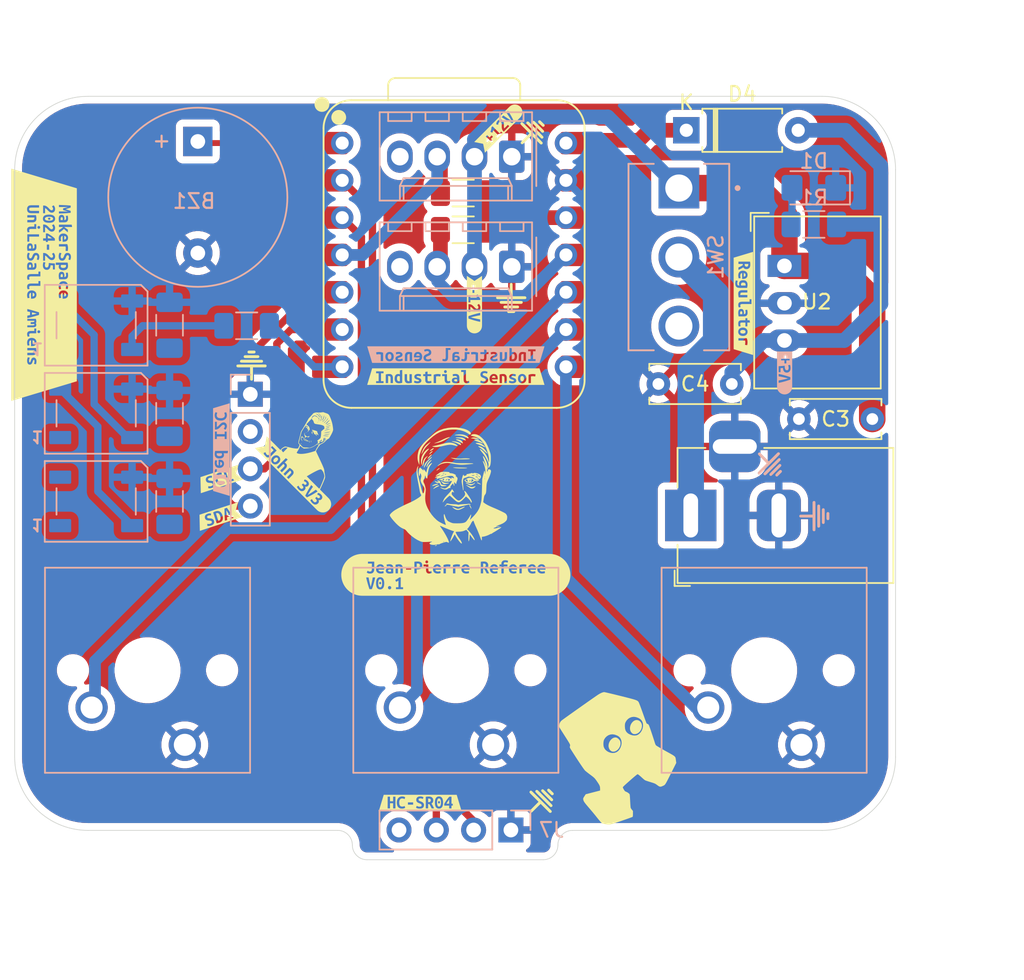
<source format=kicad_pcb>
(kicad_pcb (version 20241229) (generator "pcbnew") (generator_version "9.0")
  (title_block (title "PCB - Otto Lite version") (date "2025-01-21") (rev "1.0") (company "UniLaSalle Amiens - MakerSpace") (comment 1 "Adrien BRACQ & Rémi LACOMBE") (comment 2 "https://makerspace-amiens.fr/otto-mks") (comment 3 "https://github.com/Makerspace-Amiens/otto-mks"))
  (layers (0 "F.Cu" signal "Front") (2 "B.Cu" signal "Back") (13 "F.Paste" user) (15 "B.Paste" user) (5 "F.SilkS" user "F.Silkscreen") (7 "B.SilkS" user "B.Silkscreen") (1 "F.Mask" user) (3 "B.Mask" user) (25 "Edge.Cuts" user))
  (net 0 "")
  (net 1 "GND")
  (net 2 "Net-(D1-A)")
  (net 3 "+5V")
  (net 4 "Buzzer")
  (net 5 "+12V")
  (net 6 "LED")
  (net 7 "Net-(D2-DOUT)")
  (net 8 "Net-(D3-DOUT)")
  (net 11 "+3.3V")
  (net 12 "Echo")
  (net 13 "Trig")
  (net 14 "SCL")
  (net 15 "SDA")
  (net 16 "SENSOR_NPN_1")
  (net 17 "Net-(SW1-B)")
  (net 19 "Key01")
  (net 20 "Net-(D4-K)")
  (net 21 "Key02")
  (net 22 "Key03")
  (net 24 "SENSOR_NPN_2")
  (net 25 "Net-(U1-PB08_A6_D6_TX)")
  (footprint "LOGO" (layer "F.Cu") (at 77.247193 82.760077)
    (property "Reference" "G***" (hide yes))
    (property "Value" "LOGO" (hide yes))
  )
  (footprint "kibuzzard-67E17C70" (layer "F.Cu") (at 73.475608 88.108973)
    (property "Reference" "kibuzzard-67E17C70" (hide yes))
    (property "Value" "G***" (hide yes))
  )
  (footprint "Connector_BarrelJack:BarrelJack_Horizontal" (layer "F.Cu") (at 89.475608 97.566473 180)
    (property "Reference" "J8" (hide yes))
    (property "Value" "Barrel_Jack_Switch")
    (pad "1" thru_hole rect (at 0 0 180) (size 3.5 3.5) (drill oval 1 3) (layers "*.Cu" "*.Mask") (net 17 "Net-(SW1-B)"))
    (pad "2" thru_hole roundrect (at -6 0 180) (size 3 3.5) (drill oval 1 3) (layers "*.Cu" "*.Mask") (net 1 "GND"))
    (pad "3" thru_hole roundrect (at -3 4.7 180) (size 3.5 3.5) (drill oval 3 1) (layers "*.Cu" "*.Mask") (net 1 "GND"))
  )
  (footprint "kibuzzard-67654523" (layer "F.Cu") (at 57.387007 95.080393 18)
    (property "Reference" "kibuzzard-67654523" (hide yes))
    (property "Value" "G***" (hide yes))
  )
  (footprint "kibuzzard-66E46157" (layer "F.Cu") (at 71.048312 117.117932)
    (property "Reference" "kibuzzard-66E46157" (hide yes))
    (property "Value" "G***" (hide yes))
  )
  (footprint "Diode_THT:D_A-405_P7.62mm_Horizontal" (layer "F.Cu") (at 89.174346 71.33)
    (property "Reference" "D4" (at 3.81 -2.47 0) (layer "F.SilkS"))
    (property "Value" "1N5819")
    (fp_text user "K" (at 0 -1.9 0) (layer "F.SilkS"))
    (pad "1" thru_hole rect (at 0 0) (size 1.8 1.8) (drill 0.9) (layers "*.Cu" "*.Mask") (net 20 "Net-(D4-K)"))
    (pad "2" thru_hole oval (at 7.62 0) (size 1.8 1.8) (drill 0.9) (layers "*.Cu" "*.Mask") (net 3 "+5V"))
  )
  (footprint "Capacitor_THT:C_Disc_D6.0mm_W2.5mm_P5.00mm" (layer "F.Cu") (at 101.843608 90.996973 180)
    (property "Reference" "C3" (at 2.5 0 0) (layer "F.SilkS"))
    (property "Value" "10uF 25V")
    (pad "1" thru_hole circle (at 0 0 180) (size 1.6 1.6) (drill 0.8) (layers "*.Cu" "*.Mask") (net 5 "+12V"))
    (pad "2" thru_hole circle (at 5 0 180) (size 1.6 1.6) (drill 0.8) (layers "*.Cu" "*.Mask") (net 1 "GND"))
  )
  (footprint "Resistor_SMD:R_1206_3216Metric_Pad1.30x1.75mm_HandSolder" (layer "F.Cu") (at 73.975608 75.608973 180)
    (property "Reference" "R2" (hide yes))
    (property "Value" "10K" (hide yes))
    (pad "1" smd roundrect (at -1.55 0 180) (size 1.3 1.75) (layers "F.Cu" "F.Mask" "F.Paste") (roundrect_rratio 0.192308) (net 11 "+3.3V"))
    (pad "2" smd roundrect (at 1.55 0 180) (size 1.3 1.75) (layers "F.Cu" "F.Mask" "F.Paste") (roundrect_rratio 0.192308) (net 16 "SENSOR_NPN_1"))
  )
  (footprint "LOGO" (layer "F.Cu") (at 64.194831 93.009803 -45)
    (property "Reference" "G***" (hide yes))
    (property "Value" "LOGO" (hide yes))
  )
  (footprint "kibuzzard-67E17C5A" (layer "F.Cu") (at 76.475608 71.108973 45)
    (property "Reference" "kibuzzard-67E17C5A" (hide yes))
    (property "Value" "G***" (hide yes))
  )
  (footprint "kibuzzard-67E17954" (layer "F.Cu") (at 45.426705 81.853814 -90)
    (property "Reference" "kibuzzard-67E17954" (hide yes))
    (property "Value" "G***" (hide yes))
  )
  (footprint "Converter_DCDC:Converter_DCDC_RECOM_R-78E-0.5_THT" (layer "F.Cu") (at 95.856846 80.567 -90)
    (property "Reference" "U2" (at 2.447 -2.2075 180) (layer "F.SilkS"))
    (property "Value" "R-78E5.0-1.0")
    (pad "1" thru_hole rect (at 0 0 270) (size 1.5 2.3) (drill 1) (layers "*.Cu" "*.Mask") (net 5 "+12V"))
    (pad "2" thru_hole oval (at 2.54 0 270) (size 1.5 2.3) (drill 1) (layers "*.Cu" "*.Mask") (net 1 "GND"))
    (pad "3" thru_hole oval (at 5.079999 0 270) (size 1.5 2.3) (drill 1) (layers "*.Cu" "*.Mask") (net 3 "+5V"))
  )
  (footprint "kibuzzard-67E17C5A" (layer "F.Cu") (at 74.742997 83.205015 -90)
    (property "Reference" "kibuzzard-67E17C5A" (hide yes))
    (property "Value" "G***" (hide yes))
  )
  (footprint "LOGO" (layer "F.Cu") (at 78.651952 71.520942 135)
    (property "Reference" "G***" (hide yes))
    (property "Value" "LOGO" (hide yes))
  )
  (footprint "kibuzzard-6765451E" (layer "F.Cu") (at 57.340802 97.637078 18)
    (property "Reference" "kibuzzard-6765451E" (hide yes))
    (property "Value" "G***" (hide yes))
  )
  (footprint "LOGO" (layer "F.Cu") (at 59.558649 87.353176 180)
    (property "Reference" "G***" (hide yes))
    (property "Value" "LOGO" (hide yes))
  )
  (footprint "LOGO" (layer "F.Cu") (at 84.475608 114.108973)
    (property "Reference" "G***" (hide yes))
    (property "Value" "LOGO" (hide yes))
  )
  (footprint "Seeed Studio XIAO Series Library:XIAO-ESP32C3-DIP" (layer "F.Cu") (at 73.475608 79.820973)
    (property "Reference" "U1" (hide yes))
    (property "Value" "MOUDLE-SEEEDUINO-XIAO-ESP32C3")
    (pad "1" smd roundrect (at -8.575 -7.62 180) (size 2.432 1.524) (layers "F.Cu" "F.Mask") (roundrect_rratio 0.1) (net 4 "Buzzer"))
    (pad "1" thru_hole circle (at -7.74 -7.62 180) (size 1.524 1.524) (drill 0.889) (layers "*.Cu" "*.Mask") (net 4 "Buzzer"))
    (pad "2" smd roundrect (at -8.575 -5.08 180) (size 2.432 1.524) (layers "F.Cu" "F.Mask") (roundrect_rratio 0.1) (net 12 "Echo"))
    (pad "2" thru_hole circle (at -7.74 -5.08 180) (size 1.524 1.524) (drill 0.889) (layers "*.Cu" "*.Mask") (net 12 "Echo"))
    (pad "3" smd roundrect (at -8.575 -2.54 180) (size 2.432 1.524) (layers "F.Cu" "F.Mask") (roundrect_rratio 0.1) (net 13 "Trig"))
    (pad "3" thru_hole circle (at -7.74 -2.54 180) (size 1.524 1.524) (drill 0.889) (layers "*.Cu" "*.Mask") (net 13 "Trig"))
    (pad "4" smd roundrect (at -8.575 0 180) (size 2.432 1.524) (layers "F.Cu" "F.Mask") (roundrect_rratio 0.1) (net 16 "SENSOR_NPN_1"))
    (pad "4" thru_hole circle (at -7.74 0 180) (size 1.524 1.524) (drill 0.889) (layers "*.Cu" "*.Mask") (net 16 "SENSOR_NPN_1"))
    (pad "5" smd roundrect (at -8.575 2.54 180) (size 2.432 1.524) (layers "F.Cu" "F.Mask") (roundrect_rratio 0.1) (net 15 "SDA"))
    (pad "5" thru_hole circle (at -7.74 2.54 180) (size 1.524 1.524) (drill 0.889) (layers "*.Cu" "*.Mask") (net 15 "SDA"))
    (pad "6" smd roundrect (at -8.575 5.08 180) (size 2.432 1.524) (layers "F.Cu" "F.Mask") (roundrect_rratio 0.1) (net 14 "SCL"))
    (pad "6" thru_hole circle (at -7.74 5.08 180) (size 1.524 1.524) (drill 0.889) (layers "*.Cu" "*.Mask") (net 14 "SCL"))
    (pad "7" smd roundrect (at -8.575 7.62 180) (size 2.432 1.524) (layers "F.Cu" "F.Mask") (roundrect_rratio 0.1) (net 25 "Net-(U1-PB08_A6_D6_TX)"))
    (pad "7" thru_hole circle (at -7.74 7.62 180) (size 1.524 1.524) (drill 0.889) (layers "*.Cu" "*.Mask") (net 25 "Net-(U1-PB08_A6_D6_TX)"))
    (pad "8" thru_hole circle (at 7.5 7.62) (size 1.524 1.524) (drill 0.889) (layers "*.Cu" "*.Mask") (net 22 "Key03"))
    (pad "8" smd roundrect (at 8.335 7.62) (size 2.432 1.524) (layers "F.Cu" "F.Mask") (roundrect_rratio 0.1) (net 22 "Key03"))
    (pad "9" thru_hole circle (at 7.5 5.08) (size 1.524 1.524) (drill 0.889) (layers "*.Cu" "*.Mask") (net 21 "Key02"))
    (pad "9" smd roundrect (at 8.335 5.08) (size 2.432 1.524) (layers "F.Cu" "F.Mask") (roundrect_rratio 0.1) (net 21 "Key02"))
    (pad "10" thru_hole circle (at 7.5 2.54) (size 1.524 1.524) (drill 0.889) (layers "*.Cu" "*.Mask") (net 19 "Key01"))
    (pad "10" smd roundrect (at 8.335 2.54) (size 2.432 1.524) (layers "F.Cu" "F.Mask") (roundrect_rratio 0.1) (net 19 "Key01"))
    (pad "11" thru_hole circle (at 7.5 0) (size 1.524 1.524) (drill 0.889) (layers "*.Cu" "*.Mask") (net 24 "SENSOR_NPN_2"))
    (pad "11" smd roundrect (at 8.335 0) (size 2.432 1.524) (layers "F.Cu" "F.Mask") (roundrect_rratio 0.1) (net 24 "SENSOR_NPN_2"))
    (pad "12" thru_hole circle (at 7.5 -2.54) (size 1.524 1.524) (drill 0.889) (layers "*.Cu" "*.Mask") (net 11 "+3.3V"))
    (pad "12" smd roundrect (at 8.335 -2.54) (size 2.432 1.524) (layers "F.Cu" "F.Mask") (roundrect_rratio 0.1) (net 11 "+3.3V"))
    (pad "13" thru_hole circle (at 7.5 -5.08) (size 1.524 1.524) (drill 0.889) (layers "*.Cu" "*.Mask") (net 1 "GND"))
    (pad "13" smd roundrect (at 8.335 -5.08) (size 2.432 1.524) (layers "F.Cu" "F.Mask") (roundrect_rratio 0.1) (net 1 "GND"))
    (pad "14" thru_hole circle (at 7.5 -7.62) (size 1.524 1.524) (drill 0.889) (layers "*.Cu" "*.Mask") (net 20 "Net-(D4-K)"))
    (pad "14" smd roundrect (at 8.335 -7.62) (size 2.432 1.524) (layers "F.Cu" "F.Mask") (roundrect_rratio 0.1) (net 20 "Net-(D4-K)"))
  )
  (footprint "LOGO" (layer "F.Cu") (at 79.268346 117.05 135)
    (property "Reference" "G***" (hide yes))
    (property "Value" "LOGO" (hide yes))
  )
  (footprint "kibuzzard-67E17911" (layer "F.Cu") (at 73.475608 101.608973)
    (property "Reference" "kibuzzard-67E17911" (hide yes))
    (property "Value" "G***" (hide yes))
  )
  (footprint "Resistor_SMD:R_1206_3216Metric_Pad1.30x1.75mm_HandSolder" (layer "F.Cu") (at 73.975608 78.108973 180)
    (property "Reference" "R3" (hide yes))
    (property "Value" "10K" (hide yes))
    (pad "1" smd roundrect (at -1.55 0 180) (size 1.3 1.75) (layers "F.Cu" "F.Mask" "F.Paste") (roundrect_rratio 0.192308) (net 11 "+3.3V"))
    (pad "2" smd roundrect (at 1.55 0 180) (size 1.3 1.75) (layers "F.Cu" "F.Mask" "F.Paste") (roundrect_rratio 0.192308) (net 24 "SENSOR_NPN_2"))
  )
  (footprint "kibuzzard-67E17B13" (layer "F.Cu") (at 62.508635 94.886203 -45)
    (property "Reference" "kibuzzard-67E17B13" (hide yes))
    (property "Value" "G***" (hide yes))
  )
  (footprint "kibuzzard-6707C6B3" (layer "F.Cu") (at 93.059727 83.123135 -90)
    (property "Reference" "kibuzzard-6707C6B3" (hide yes))
    (property "Value" "G***" (hide yes))
  )
  (footprint "LOGO" (layer "F.Cu") (at 72.975608 95.608973)
    (property "Reference" "G***" (hide yes))
    (property "Value" "LOGO" (hide yes))
  )
  (footprint "Capacitor_THT:C_Disc_D6.0mm_W2.5mm_P5.00mm" (layer "F.Cu") (at 92.271608 88.608973 180)
    (property "Reference" "C4" (at 2.5 0 0) (layer "F.SilkS"))
    (property "Value" "10uF 25V")
    (pad "1" thru_hole circle (at 0 0 180) (size 1.6 1.6) (drill 0.8) (layers "*.Cu" "*.Mask") (net 3 "+5V"))
    (pad "2" thru_hole circle (at 5 0 180) (size 1.6 1.6) (drill 0.8) (layers "*.Cu" "*.Mask") (net 1 "GND"))
  )
  (footprint "Button_Switch_Keyboard:SW_Cherry_MX_1.00u_PCB" (layer "B.Cu") (at 76.015608 113.188973)
    (property "Reference" "SW5" (hide yes))
    (property "Value" "CherryMX")
    (pad "" np_thru_hole circle (at -7.62 -5.08) (size 1.7 1.7) (drill 1.7) (layers "*.Cu" "*.Mask"))
    (pad "" np_thru_hole circle (at -2.54 -5.08) (size 4 4) (drill 4) (layers "*.Cu" "*.Mask"))
    (pad "" np_thru_hole circle (at 2.54 -5.08) (size 1.7 1.7) (drill 1.7) (layers "*.Cu" "*.Mask"))
    (pad "1" thru_hole circle (at 0 0) (size 2.2 2.2) (drill 1.5) (layers "*.Cu" "*.Mask") (net 1 "GND"))
    (pad "2" thru_hole circle (at -6.35 -2.54) (size 2.2 2.2) (drill 1.5) (layers "*.Cu" "*.Mask") (net 21 "Key02"))
  )
  (footprint "LED_SMD:LED_1206_3216Metric_Pad1.42x1.75mm_HandSolder" (layer "B.Cu") (at 97.859608 75.248973 180)
    (property "Reference" "D1" (at 0 1.82 0) (layer "B.SilkS") (effects (justify mirror)))
    (property "Value" "5mm Red")
    (pad "1" smd roundrect (at -1.4875 0 180) (size 1.425 1.75) (layers "B.Cu" "B.Mask" "B.Paste") (roundrect_rratio 0.175439) (net 1 "GND"))
    (pad "2" smd roundrect (at 1.4875 0 180) (size 1.425 1.75) (layers "B.Cu" "B.Mask" "B.Paste") (roundrect_rratio 0.175439) (net 2 "Net-(D1-A)"))
  )
  (footprint "Capacitor_SMD:C_1206_3216Metric_Pad1.33x1.80mm_HandSolder" (layer "B.Cu") (at 53.975608 96.608973 -90)
    (property "Reference" "C5" (hide yes))
    (property "Value" "100nF")
    (pad "1" smd roundrect (at -1.5625 0 270) (size 1.325 1.8) (layers "B.Cu" "B.Mask" "B.Paste") (roundrect_rratio 0.188679) (net 1 "GND"))
    (pad "2" smd roundrect (at 1.5625 0 270) (size 1.325 1.8) (layers "B.Cu" "B.Mask" "B.Paste") (roundrect_rratio 0.188679) (net 11 "+3.3V"))
  )
  (footprint "LOGO" (layer "B.Cu") (at 94.81111 94.037997 -135)
    (property "Reference" "G***" (hide yes))
    (property "Value" "LOGO" (hide yes))
  )
  (footprint "Connector_PinSocket_2.54mm:PinSocket_1x04_P2.54mm_Vertical" (layer "B.Cu") (at 59.475608 89.308973 180)
    (property "Reference" "J12" (hide yes))
    (property "Value" "OLED 0,91\" - I2C (SKU21796)")
    (pad "1" thru_hole rect (at 0 0 180) (size 1.7 1.7) (drill 1) (layers "*.Cu" "*.Mask") (net 1 "GND"))
    (pad "2" thru_hole oval (at 0 -2.54 180) (size 1.7 1.7) (drill 1) (layers "*.Cu" "*.Mask") (net 11 "+3.3V"))
    (pad "3" thru_hole oval (at 0 -5.079999 180) (size 1.7 1.7) (drill 1) (layers "*.Cu" "*.Mask") (net 14 "SCL"))
    (pad "4" thru_hole oval (at 0 -7.62 180) (size 1.7 1.7) (drill 1) (layers "*.Cu" "*.Mask") (net 15 "SDA"))
  )
  (footprint "Connector_PinSocket_2.54mm:PinSocket_1x04_P2.54mm_Vertical" (layer "B.Cu") (at 77.226346 118.991 90)
    (property "Reference" "J7" (at 0 2.77 180) (layer "B.SilkS") (effects (justify mirror)))
    (property "Value" "Ultrasonic sensor")
    (pad "1" thru_hole rect (at 0 0 90) (size 1.7 1.7) (drill 1) (layers "*.Cu" "*.Mask") (net 1 "GND"))
    (pad "2" thru_hole oval (at 0 -2.54 90) (size 1.7 1.7) (drill 1) (layers "*.Cu" "*.Mask") (net 12 "Echo"))
    (pad "3" thru_hole oval (at 0 -5.08 90) (size 1.7 1.7) (drill 1) (layers "*.Cu" "*.Mask") (net 13 "Trig"))
    (pad "4" thru_hole oval (at 0 -7.62 90) (size 1.7 1.7) (drill 1) (layers "*.Cu" "*.Mask") (net 11 "+3.3V"))
  )
  (footprint "LED_SMD:LED_WS2812B_PLCC4_5.0x5.0mm_P3.2mm" (layer "B.Cu") (at 48.975608 90.608973)
    (property "Reference" "D3" (hide yes))
    (property "Value" "WS2812B")
    (fp_text user "1" (at -4 1.6 180) (layer "B.SilkS") (effects (font (size 0.8 0.8)) (justify mirror)))
    (pad "1" smd roundrect (at -2.45 1.65) (size 1.5 0.9) (layers "B.Cu" "B.Mask" "B.Paste") (roundrect_rratio 0.1) (net 11 "+3.3V"))
    (pad "2" smd roundrect (at -2.45 -1.65) (size 1.5 0.9) (layers "B.Cu" "B.Mask" "B.Paste") (roundrect_rratio 0.1) (net 8 "Net-(D3-DOUT)"))
    (pad "3" smd roundrect (at 2.45 -1.65) (size 1.5 0.9) (layers "B.Cu" "B.Mask" "B.Paste") (roundrect_rratio 0.1) (net 1 "GND"))
    (pad "4" smd roundrect (at 2.45 1.65) (size 1.5 0.9) (layers "B.Cu" "B.Mask" "B.Paste") (roundrect_rratio 0.1) (net 7 "Net-(D2-DOUT)"))
  )
  (footprint "LED_SMD:LED_WS2812B_PLCC4_5.0x5.0mm_P3.2mm" (layer "B.Cu") (at 48.975608 96.608973)
    (property "Reference" "D5" (hide yes))
    (property "Value" "WS2812B")
    (fp_text user "1" (at -4 1.6 180) (layer "B.SilkS") (effects (font (size 0.8 0.8)) (justify mirror)))
    (pad "1" smd roundrect (at -2.45 1.65) (size 1.5 0.9) (layers "B.Cu" "B.Mask" "B.Paste") (roundrect_rratio 0.1) (net 11 "+3.3V"))
    (pad "2" smd roundrect (at -2.45 -1.65) (size 1.5 0.9) (layers "B.Cu" "B.Mask" "B.Paste") (roundrect_rratio 0.1))
    (pad "3" smd roundrect (at 2.45 -1.65) (size 1.5 0.9) (layers "B.Cu" "B.Mask" "B.Paste") (roundrect_rratio 0.1) (net 1 "GND"))
    (pad "4" smd roundrect (at 2.45 1.65) (size 1.5 0.9) (layers "B.Cu" "B.Mask" "B.Paste") (roundrect_rratio 0.1) (net 8 "Net-(D3-DOUT)"))
  )
  (footprint "Resistor_SMD:R_1206_3216Metric_Pad1.30x1.75mm_HandSolder" (layer "B.Cu") (at 97.859608 77.740973 180)
    (property "Reference" "R1" (at 0 1.82 0) (layer "B.SilkS") (effects (justify mirror)))
    (property "Value" "1K")
    (pad "1" smd roundrect (at -1.55 0 180) (size 1.3 1.75) (layers "B.Cu" "B.Mask" "B.Paste") (roundrect_rratio 0.192308) (net 3 "+5V"))
    (pad "2" smd roundrect (at 1.55 0 180) (size 1.3 1.75) (layers "B.Cu" "B.Mask" "B.Paste") (roundrect_rratio 0.192308) (net 2 "Net-(D1-A)"))
  )
  (footprint "kibuzzard-67E17CA6" (layer "B.Cu") (at 73.475608 86.608973 180)
    (property "Reference" "kibuzzard-67E17CA6" (hide yes))
    (property "Value" "G***" (hide yes))
  )
  (footprint "kibuzzard-67E17CB8" (layer "B.Cu") (at 57.503631 93.079199 90)
    (property "Reference" "kibuzzard-67E17CB8" (hide yes))
    (property "Value" "G***" (hide yes))
  )
  (footprint "Connector_Molex:Molex_KK-254_AE-6410-04A_1x04_P2.54mm_Vertical" (layer "B.Cu") (at 77.285608 73.128973 180)
    (property "Reference" "J1" (hide yes))
    (property "Value" "Industrial Sensor")
    (pad "1" thru_hole roundrect (at 0 0 180) (size 1.74 2.19) (drill 1.19) (layers "*.Cu" "*.Mask") (roundrect_rratio 0.143678) (net 1 "GND"))
    (pad "2" thru_hole oval (at 2.54 0 180) (size 1.74 2.19) (drill 1.19) (layers "*.Cu" "*.Mask") (net 5 "+12V"))
    (pad "3" thru_hole oval (at 5.08 0 180) (size 1.74 2.19) (drill 1.19) (layers "*.Cu" "*.Mask") (net 16 "SENSOR_NPN_1"))
    (pad "4" thru_hole oval (at 7.62 0 180) (size 1.74 2.19) (drill 1.19) (layers "*.Cu" "*.Mask"))
  )
  (footprint "Resistor_SMD:R_1206_3216Metric_Pad1.30x1.75mm_HandSolder" (layer "B.Cu") (at 59.225608 84.646973)
    (property "Reference" "R4" (hide yes))
    (property "Value" "220" (hide yes))
    (pad "1" smd roundrect (at -1.55 0) (size 1.3 1.75) (layers "B.Cu" "B.Mask" "B.Paste") (roundrect_rratio 0.192308) (net 6 "LED"))
    (pad "2" smd roundrect (at 1.55 0) (size 1.3 1.75) (layers "B.Cu" "B.Mask" "B.Paste") (roundrect_rratio 0.192308) (net 25 "Net-(U1-PB08_A6_D6_TX)"))
  )
  (footprint "Connector_Molex:Molex_KK-254_AE-6410-04A_1x04_P2.54mm_Vertical" (layer "B.Cu") (at 77.285608 80.628973 180)
    (property "Reference" "J2" (hide yes))
    (property "Value" "Industrial Sensor")
    (pad "1" thru_hole roundrect (at 0 0 180) (size 1.74 2.19) (drill 1.19) (layers "*.Cu" "*.Mask") (roundrect_rratio 0.143678) (net 1 "GND"))
    (pad "2" thru_hole oval (at 2.54 0 180) (size 1.74 2.19) (drill 1.19) (layers "*.Cu" "*.Mask") (net 5 "+12V"))
    (pad "3" thru_hole oval (at 5.08 0 180) (size 1.74 2.19) (drill 1.19) (layers "*.Cu" "*.Mask") (net 24 "SENSOR_NPN_2"))
    (pad "4" thru_hole oval (at 7.62 0 180) (size 1.74 2.19) (drill 1.19) (layers "*.Cu" "*.Mask"))
  )
  (footprint "kibuzzard-66E45BAB" (layer "B.Cu") (at 95.869807 87.858523 -90)
    (property "Reference" "kibuzzard-66E45BAB" (hide yes))
    (property "Value" "G***" (hide yes))
  )
  (footprint "Button_Switch_Keyboard:SW_Cherry_MX_1.00u_PCB" (layer "B.Cu") (at 97.015608 113.188973)
    (property "Reference" "SW4" (hide yes))
    (property "Value" "CherryMX")
    (pad "" np_thru_hole circle (at -7.62 -5.08) (size 1.7 1.7) (drill 1.7) (layers "*.Cu" "*.Mask"))
    (pad "" np_thru_hole circle (at -2.54 -5.08) (size 4 4) (drill 4) (layers "*.Cu" "*.Mask"))
    (pad "" np_thru_hole circle (at 2.54 -5.08) (size 1.7 1.7) (drill 1.7) (layers "*.Cu" "*.Mask"))
    (pad "1" thru_hole circle (at 0 0) (size 2.2 2.2) (drill 1.5) (layers "*.Cu" "*.Mask") (net 1 "GND"))
    (pad "2" thru_hole circle (at -6.35 -2.54) (size 2.2 2.2) (drill 1.5) (layers "*.Cu" "*.Mask") (net 22 "Key03"))
  )
  (footprint "LOGO" (layer "B.Cu") (at 97.898811 97.608973 -90)
    (property "Reference" "G***" (hide yes))
    (property "Value" "LOGO" (hide yes))
  )
  (footprint "LED_SMD:LED_WS2812B_PLCC4_5.0x5.0mm_P3.2mm" (layer "B.Cu") (at 48.975608 84.608973)
    (property "Reference" "D2" (hide yes))
    (property "Value" "WS2812B")
    (fp_text user "1" (at -4 1.6 180) (layer "B.SilkS") (effects (font (size 0.8 0.8)) (justify mirror)))
    (pad "1" smd roundrect (at -2.45 1.65) (size 1.5 0.9) (layers "B.Cu" "B.Mask" "B.Paste") (roundrect_rratio 0.1) (net 11 "+3.3V"))
    (pad "2" smd roundrect (at -2.45 -1.65) (size 1.5 0.9) (layers "B.Cu" "B.Mask" "B.Paste") (roundrect_rratio 0.1) (net 7 "Net-(D2-DOUT)"))
    (pad "3" smd roundrect (at 2.45 -1.65) (size 1.5 0.9) (layers "B.Cu" "B.Mask" "B.Paste") (roundrect_rratio 0.1) (net 1 "GND"))
    (pad "4" smd roundrect (at 2.45 1.65) (size 1.5 0.9) (layers "B.Cu" "B.Mask" "B.Paste") (roundrect_rratio 0.1) (net 6 "LED"))
  )
  (footprint "Button_Switch_Keyboard:SW_Cherry_MX_1.00u_PCB" (layer "B.Cu") (at 55.015608 113.188973)
    (property "Reference" "SW6" (hide yes))
    (property "Value" "CherryMX")
    (pad "" np_thru_hole circle (at -7.62 -5.08) (size 1.7 1.7) (drill 1.7) (layers "*.Cu" "*.Mask"))
    (pad "" np_thru_hole circle (at -2.54 -5.08) (size 4 4) (drill 4) (layers "*.Cu" "*.Mask"))
    (pad "" np_thru_hole circle (at 2.54 -5.08) (size 1.7 1.7) (drill 1.7) (layers "*.Cu" "*.Mask"))
    (pad "1" thru_hole circle (at 0 0) (size 2.2 2.2) (drill 1.5) (layers "*.Cu" "*.Mask") (net 1 "GND"))
    (pad "2" thru_hole circle (at -6.35 -2.54) (size 2.2 2.2) (drill 1.5) (layers "*.Cu" "*.Mask") (net 19 "Key01"))
  )
  (footprint "Capacitor_SMD:C_1206_3216Metric_Pad1.33x1.80mm_HandSolder" (layer "B.Cu") (at 53.975608 90.608973 -90)
    (property "Reference" "C6" (hide yes))
    (property "Value" "100nF")
    (pad "1" smd roundrect (at -1.5625 0 270) (size 1.325 1.8) (layers "B.Cu" "B.Mask" "B.Paste") (roundrect_rratio 0.188679) (net 1 "GND"))
    (pad "2" smd roundrect (at 1.5625 0 270) (size 1.325 1.8) (layers "B.Cu" "B.Mask" "B.Paste") (roundrect_rratio 0.188679) (net 11 "+3.3V"))
  )
  (footprint "100SP1T1B4M2QE:SW_100SP1T1B4M2QE" (layer "B.Cu") (at 88.666346 79.966 180)
    (property "Reference" "SW1" (at -2.520497 0.013582 270) (layer "B.SilkS") (effects (justify mirror)))
    (property "Value" "SW_SPDT")
    (pad "1" thru_hole rect (at 0 4.7 180) (size 2.775 2.775) (drill 1.85) (layers "*.Cu" "*.Mask") (net 5 "+12V"))
    (pad "2" thru_hole circle (at 0 0 180) (size 2.775 2.775) (drill 1.85) (layers "*.Cu" "*.Mask") (net 17 "Net-(SW1-B)"))
    (pad "3" thru_hole circle (at 0 -4.7 180) (size 2.775 2.775) (drill 1.85) (layers "*.Cu" "*.Mask"))
  )
  (footprint "Capacitor_SMD:C_1206_3216Metric_Pad1.33x1.80mm_HandSolder" (layer "B.Cu") (at 53.975608 84.608973 -90)
    (property "Reference" "C7" (hide yes))
    (property "Value" "100nF")
    (pad "1" smd roundrect (at -1.5625 0 270) (size 1.325 1.8) (layers "B.Cu" "B.Mask" "B.Paste") (roundrect_rratio 0.188679) (net 1 "GND"))
    (pad "2" smd roundrect (at 1.5625 0 270) (size 1.325 1.8) (layers "B.Cu" "B.Mask" "B.Paste") (roundrect_rratio 0.188679) (net 11 "+3.3V"))
  )
  (footprint "Buzzer_Beeper:Buzzer_12x9.5RM7.6" (layer "B.Cu") (at 55.900346 72.092 -90)
    (property "Reference" "BZ1" (at 4.064 0.254 180) (layer "B.SilkS") (effects (justify mirror)))
    (property "Value" "Buzzer")
    (fp_text user "+" (at -0.01 2.54 90) (layer "B.SilkS") (effects (justify mirror)))
    (pad "1" thru_hole rect (at 0 0 270) (size 2 2) (drill 1) (layers "*.Cu" "*.Mask") (net 4 "Buzzer"))
    (pad "2" thru_hole circle (at 7.6 0 270) (size 2 2) (drill 1) (layers "*.Cu" "*.Mask") (net 1 "GND"))
  )
  (gr_line (start 67.426346 121.016) (end 79.426346 121.016) (stroke (width 0.05)) (layer "Edge.Cuts"))
  (gr_line (start 43.426346 114.016) (end 43.426346 74.016) (stroke (width 0.05)) (layer "Edge.Cuts"))
  (gr_arc (start 67.426346 121.016) (mid 66.719239 120.723107) (end 66.426346 120.016) (stroke (width 0.05)) (layer "Edge.Cuts"))
  (gr_line (start 65.426346 119.016) (end 48.426346 119.016) (stroke (width 0.05)) (layer "Edge.Cuts"))
  (gr_arc (start 98.426346 69.016) (mid 101.96188 70.480466) (end 103.426346 74.016) (stroke (width 0.05)) (layer "Edge.Cuts"))
  (gr_arc (start 43.426346 74.016) (mid 44.890812 70.480466) (end 48.426346 69.016) (stroke (width 0.05)) (layer "Edge.Cuts"))
  (gr_line (start 103.426346 74.016) (end 103.426346 114.016) (stroke (width 0.05)) (layer "Edge.Cuts"))
  (gr_line (start 48.426346 69.016) (end 98.426346 69.016) (stroke (width 0.05)) (layer "Edge.Cuts"))
  (gr_arc (start 80.426346 120.016) (mid 80.719239 119.308893) (end 81.426346 119.016) (stroke (width 0.05)) (layer "Edge.Cuts"))
  (gr_arc (start 80.426346 120.016) (mid 80.133453 120.723107) (end 79.426346 121.016) (stroke (width 0.05)) (layer "Edge.Cuts"))
  (gr_arc (start 103.426346 114.016) (mid 101.96188 117.551534) (end 98.426346 119.016) (stroke (width 0.05)) (layer "Edge.Cuts"))
  (gr_arc (start 48.426346 119.016) (mid 44.890812 117.551534) (end 43.426346 114.016) (stroke (width 0.05)) (layer "Edge.Cuts"))
  (gr_arc (start 65.426346 119.016) (mid 66.133453 119.308893) (end 66.426346 120.016) (stroke (width 0.05)) (layer "Edge.Cuts"))
  (gr_line (start 81.426346 119.016) (end 98.426346 119.016) (stroke (width 0.05)) (layer "Edge.Cuts"))
  (segment (start 96.372108 77.678473) (end 96.309608 77.740973) (width 0.5) (layer "B.Cu") (net 2))
  (segment (start 96.372108 75.248973) (end 96.372108 77.678473) (width 0.5) (layer "B.Cu") (net 2))
  (segment (start 102.425346 83.159235) (end 102.425346 78.108973) (width 1) (layer "B.Cu") (net 3))
  (segment (start 100.007491 71.33) (end 96.794346 71.33) (width 1) (layer "B.Cu") (net 3))
  (segment (start 92.271608 87.812973) (end 92.271608 88.608973) (width 1) (layer "B.Cu") (net 3))
  (segment (start 95.856846 85.646999) (end 99.937582 85.646999) (width 1) (layer "B.Cu") (net 3))
  (segment (start 102.425346 78.108973) (end 102.425346 74.258537) (width 1) (layer "B.Cu") (net 3))
  (segment (start 102.425346 74.258537) (end 102.413971 73.73648) (width 1) (layer "B.Cu") (net 3))
  (segment (start 95.856846 85.646999) (end 94.437582 85.646999) (width 1) (layer "B.Cu") (net 3))
  (segment (start 102.413971 73.73648) (end 100.007491 71.33) (width 1) (layer "B.Cu") (net 3))
  (segment (start 102.293346 77.740973) (end 99.409608 77.740973) (width 1) (layer "B.Cu") (net 3))
  (segment (start 99.937582 85.646999) (end 102.425346 83.159235) (width 1) (layer "B.Cu") (net 3))
  (segment (start 94.437582 85.646999) (end 92.271608 87.812973) (width 1) (layer "B.Cu") (net 3))
  (segment (start 65.158123 72.200973) (end 56.009319 72.200973) (width 0.4) (layer "F.Cu") (net 4))
  (segment (start 56.009319 72.200973) (end 55.900346 72.092) (width 0.4) (layer "F.Cu") (net 4))
  (segment (start 65.343846 72.01525) (end 65.158123 72.200973) (width 0.4) (layer "F.Cu") (net 4))
  (segment (start 101.834346 82.906) (end 99.495346 80.567) (width 1.8) (layer "F.Cu") (net 5))
  (segment (start 95.856846 77.163475) (end 95.856846 80.567) (width 1.8) (layer "F.Cu") (net 5))
  (segment (start 93.959371 75.266) (end 95.856846 77.163475) (width 1.8) (layer "F.Cu") (net 5))
  (segment (start 101.843608 90.996973) (end 101.834346 90.987711) (width 1.8) (layer "F.Cu") (net 5))
  (segment (start 93.959371 75.266) (end 93.96572 75.259651) (width 1.8) (layer "F.Cu") (net 5))
  (segment (start 88.666346 75.266) (end 93.959371 75.266) (width 1.8) (layer "F.Cu") (net 5))
  (segment (start 99.495346 80.567) (end 95.856846 80.567) (width 1.8) (layer "F.Cu") (net 5))
  (segment (start 101.834346 90.987711) (end 101.834346 82.906) (width 1.8) (layer "F.Cu") (net 5))
  (segment (start 74.745608 71.946973) (end 74.745608 73.128973) (width 1) (layer "B.Cu") (net 5))
  (segment (start 76.269608 70.422973) (end 74.745608 71.946973) (width 1) (layer "B.Cu") (net 5))
  (segment (start 74.745608 80.628973) (end 74.745608 73.128973) (width 1) (layer "B.Cu") (net 5))
  (segment (start 83.823319 70.422973) (end 76.269608 70.422973) (width 1) (layer "B.Cu") (net 5))
  (segment (start 88.666346 75.266) (end 83.823319 70.422973) (width 1) (layer "B.Cu") (net 5))
  (segment (start 52.139608 84.646973) (end 51.425608 85.360973) (width 0.5) (layer "B.Cu") (net 6))
  (segment (start 57.675608 84.646973) (end 52.139608 84.646973) (width 0.5) (layer "B.Cu") (net 6))
  (segment (start 51.425608 85.360973) (end 51.425608 86.258973) (width 0.5) (layer "B.Cu") (net 6))
  (segment (start 51.115608 92.258973) (end 51.425608 92.258973) (width 0.5) (layer "B.Cu") (net 7))
  (segment (start 46.525608 82.958973) (end 48.837608 85.270973) (width 0.5) (layer "B.Cu") (net 7))
  (segment (start 48.837608 89.980973) (end 51.115608 92.258973) (width 0.5) (layer "B.Cu") (net 7))
  (segment (start 48.837608 85.270973) (end 48.837608 89.980973) (width 0.5) (layer "B.Cu") (net 7))
  (segment (start 46.525608 88.958973) (end 46.535608 88.958973) (width 0.5) (layer "B.Cu") (net 8))
  (segment (start 49.091608 91.514973) (end 49.091608 95.924973) (width 0.5) (layer "B.Cu") (net 8))
  (segment (start 46.535608 88.958973) (end 49.091608 91.514973) (width 0.5) (layer "B.Cu") (net 8))
  (segment (start 49.091608 95.924973) (end 51.425608 98.258973) (width 0.5) (layer "B.Cu") (net 8))
  (segment (start 81.508846 77.09525) (end 81.323123 77.280973) (width 0.25) (layer "F.Cu") (net 11))
  (segment (start 75.525608 77.280973) (end 75.525608 78.108973) (width 1) (layer "F.Cu") (net 11))
  (segment (start 75.525608 75.608973) (end 75.525608 77.280973) (width 1) (layer "F.Cu") (net 11))
  (segment (start 80.975608 77.280973) (end 75.525608 77.280973) (width 1) (layer "F.Cu") (net 11))
  (segment (start 67.795608 76.800973) (end 67.795608 105.474973) (width 0.5) (layer "F.Cu") (net 12))
  (segment (start 67.795608 105.474973) (end 67.044608 106.225973) (width 0.5) (layer "F.Cu") (net 12))
  (segment (start 67.044608 106.225973) (end 67.044608 110.727973) (width 0.5) (layer "F.Cu") (net 12))
  (segment (start 67.044608 110.727973) (end 74.686346 118.369711) (width 0.5) (layer "F.Cu") (net 12))
  (segment (start 74.686346 118.369711) (end 74.686346 118.991) (width 0.5) (layer "F.Cu") (net 12))
  (segment (start 65.735608 74.740973) (end 67.795608 76.800973) (width 0.5) (layer "F.Cu") (net 12))
  (segment (start 66.733534 111.478973) (end 66.293608 111.039047) (width 0.5) (layer "F.Cu") (net 13))
  (segment (start 67.044608 105.163899) (end 67.044608 78.589973) (width 0.5) (layer "F.Cu") (net 13))
  (segment (start 66.293608 106.537047) (end 66.293608 105.914899) (width 0.5) (layer "F.Cu") (net 13))
  (segment (start 66.293608 110.738973) (end 66.293608 110.416899) (width 0.5) (layer "F.Cu") (net 13))
  (segment (start 66.293608 110.416899) (end 66.293608 106.537047) (width 0.5) (layer "F.Cu") (net 13))
  (segment (start 66.293608 111.039047) (end 66.293608 110.738973) (width 0.5) (layer "F.Cu") (net 13))
  (segment (start 72.146346 116.891785) (end 66.733534 111.478973) (width 0.5) (layer "F.Cu") (net 13))
  (segment (start 66.733534 105.474973) (end 67.044608 105.163899) (width 0.5) (layer "F.Cu") (net 13))
  (segment (start 66.293608 105.914899) (end 66.733534 105.474973) (width 0.5) (layer "F.Cu") (net 13))
  (segment (start 67.044608 78.589973) (end 65.735608 77.280973) (width 0.5) (layer "F.Cu") (net 13))
  (segment (start 72.146346 118.991) (end 72.146346 116.891785) (width 0.5) (layer "F.Cu") (net 13))
  (segment (start 60.431609 94.388972) (end 61.283608 93.536973) (width 0.5) (layer "F.Cu") (net 14))
  (segment (start 59.475608 94.388972) (end 60.431609 94.388972) (width 0.5) (layer "F.Cu") (net 14))
  (segment (start 62.243682 84.900973) (end 65.735608 84.900973) (width 0.5) (layer "F.Cu") (net 14))
  (segment (start 61.283608 93.536973) (end 61.283608 85.861047) (width 0.5) (layer "F.Cu") (net 14))
  (segment (start 61.283608 85.861047) (end 62.243682 84.900973) (width 0.5) (layer "F.Cu") (net 14))
  (segment (start 65.735608 82.360973) (end 63.721608 82.360973) (width 0.5) (layer "F.Cu") (net 15))
  (segment (start 58.325608 96.928973) (end 59.475608 96.928973) (width 0.5) (layer "F.Cu") (net 15))
  (segment (start 63.721608 82.360973) (end 57.727608 88.354973) (width 0.5) (layer "F.Cu") (net 15))
  (segment (start 57.727608 88.354973) (end 57.727608 96.330973) (width 0.5) (layer "F.Cu") (net 15))
  (segment (start 57.727608 96.330973) (end 58.325608 96.928973) (width 0.5) (layer "F.Cu") (net 15))
  (segment (start 72.425608 73.348973) (end 72.205608 73.128973) (width 1) (layer "F.Cu") (net 16))
  (segment (start 72.425608 75.608973) (end 72.425608 73.348973) (width 1) (layer "F.Cu") (net 16))
  (segment (start 72.205608 74.740973) (end 67.125608 79.820973) (width 0.8) (layer "B.Cu") (net 16))
  (segment (start 67.125608 79.820973) (end 65.735608 79.820973) (width 0.8) (layer "B.Cu") (net 16))
  (segment (start 72.205608 73.128973) (end 72.205608 74.740973) (width 0.8) (layer "B.Cu") (net 16))
  (segment (start 91.204846 82.5045) (end 88.666346 79.966) (width 1.8) (layer "B.Cu") (net 17))
  (segment (start 89.475608 87.44672) (end 91.204846 85.717482) (width 1.8) (layer "B.Cu") (net 17))
  (segment (start 91.204846 85.717482) (end 91.204846 82.5045) (width 1.8) (layer "B.Cu") (net 17))
  (segment (start 89.475608 97.566473) (end 89.475608 87.44672) (width 1.8) (layer "B.Cu") (net 17))
  (segment (start 48.896608 110.417973) (end 48.665608 110.648973) (width 0.8) (layer "B.Cu") (net 19))
  (segment (start 64.906608 98.429973) (end 57.953873 98.429973) (width 0.8) (layer "B.Cu") (net 19))
  (segment (start 48.896608 107.487238) (end 48.896608 110.417973) (width 0.8) (layer "B.Cu") (net 19))
  (segment (start 80.975608 82.360973) (end 64.906608 98.429973) (width 0.8) (layer "B.Cu") (net 19))
  (segment (start 57.953873 98.429973) (end 48.896608 107.487238) (width 0.8) (layer "B.Cu") (net 19))
  (segment (start 85.949096 72.01525) (end 80.954331 72.01525) (width 1) (layer "F.Cu") (net 20))
  (segment (start 86.634346 71.33) (end 85.949096 72.01525) (width 1) (layer "F.Cu") (net 20))
  (segment (start 80.954331 72.01525) (end 80.768608 72.200973) (width 1) (layer "F.Cu") (net 20))
  (segment (start 89.174346 71.33) (end 86.634346 71.33) (width 1) (layer "F.Cu") (net 20))
  (segment (start 70.824608 95.051973) (end 70.824608 109.489973) (width 0.8) (layer "B.Cu") (net 21))
  (segment (start 80.975608 84.900973) (end 70.824608 95.051973) (width 0.8) (layer "B.Cu") (net 21))
  (segment (start 70.824608 109.489973) (end 69.665608 110.648973) (width 0.8) (layer "B.Cu") (net 21))
  (segment (start 89.812873 110.648973) (end 90.665608 110.648973) (width 0.8) (layer "B.Cu") (net 22))
  (segment (start 80.975608 101.811708) (end 89.812873 110.648973) (width 0.8) (layer "B.Cu") (net 22))
  (segment (start 80.975608 87.440973) (end 80.975608 101.811708) (width 0.8) (layer "B.Cu") (net 22))
  (segment (start 72.425608 78.108973) (end 72.425608 80.408973) (width 1) (layer "F.Cu") (net 24))
  (segment (start 72.425608 80.408973) (end 72.205608 80.628973) (width 1) (layer "F.Cu") (net 24))
  (segment (start 81.508846 79.63525) (end 81.508846 79.894986) (width 0.2) (layer "F.Cu") (net 24))
  (segment (start 72.205608 81.598973) (end 73.221608 82.614973) (width 0.8) (layer "B.Cu") (net 24))
  (segment (start 78.181608 82.614973) (end 80.975608 79.820973) (width 0.8) (layer "B.Cu") (net 24))
  (segment (start 72.205608 80.628973) (end 72.205608 81.598973) (width 0.8) (layer "B.Cu") (net 24))
  (segment (start 73.221608 82.614973) (end 78.181608 82.614973) (width 0.8) (layer "B.Cu") (net 24))
  (segment (start 65.735608 87.440973) (end 63.823608 87.440973) (width 0.5) (layer "B.Cu") (net 25))
  (segment (start 63.823608 87.440973) (end 61.029608 84.646973) (width 0.5) (layer "B.Cu") (net 25))
  (segment (start 61.029608 84.646973) (end 60.775608 84.646973) (width 0.5) (layer "B.Cu") (net 25))
  (zone (net 1) (net_name "GND") (layers "F.Cu" "B.Cu") (connect_pads (clearance 0.5)) (min_thickness 0.25) (fill yes (thermal_gap 0.5) (thermal_bridge_width 0.5))
    (polygon (pts (xy 42.426346 68.016) (xy 104.426346 68.016) (xy 104.426346 122.016) (xy 42.426346 122.016)))
  )
)
</source>
